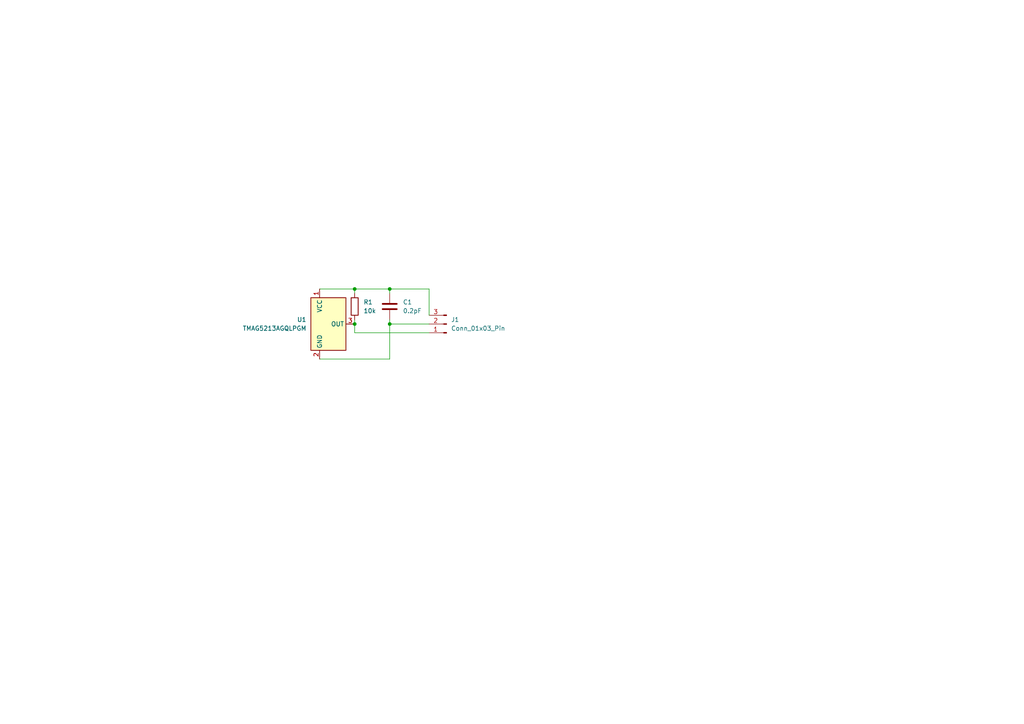
<source format=kicad_sch>
(kicad_sch (version 20250114) (generator "eeschema") (generator_version "9.0")
  (paper "A4")
  (lib_symbols
    (symbol "Connector:Conn_01x03_Pin" (pin_names (offset 1.016) (hide yes))
      (property "Reference" "J" (at 0 5.08 0))
      (property "Value" "Conn_01x03_Pin" (at 0 -5.08 0))
      (symbol "Conn_01x03_Pin_1_1"
        (rectangle (start 0.8636 2.667) (end 0 2.413) (stroke (width 0.1524)) (fill (type outline)))
        (rectangle (start 0.8636 0.127) (end 0 -0.127) (stroke (width 0.1524)) (fill (type outline)))
        (rectangle (start 0.8636 -2.413) (end 0 -2.667) (stroke (width 0.1524)) (fill (type outline)))
        (polyline (pts (xy 1.27 2.54) (xy 0.8636 2.54)) (stroke (width 0.1524)))
        (polyline (pts (xy 1.27 0) (xy 0.8636 0)) (stroke (width 0.1524)))
        (polyline (pts (xy 1.27 -2.54) (xy 0.8636 -2.54)) (stroke (width 0.1524)))
        (pin passive line (at 5.08 2.54 180) (length 3.81) (name "Pin_1") (number "1"))
        (pin passive line (at 5.08 0 180) (length 3.81) (name "Pin_2") (number "2"))
        (pin passive line (at 5.08 -2.54 180) (length 3.81) (name "Pin_3") (number "3"))
      )
    )
    (symbol "Device:C" (pin_numbers (hide yes)) (pin_names (offset 0.254))
      (property "Reference" "C" (at 0.635 2.54 0))
      (property "Value" "C" (at 0.635 -2.54 0))
      (symbol "C_0_1"
        (polyline (pts (xy -2.032 0.762) (xy 2.032 0.762)) (stroke (width 0.508)))
        (polyline (pts (xy -2.032 -0.762) (xy 2.032 -0.762)) (stroke (width 0.508)))
      )
      (symbol "C_1_1"
        (pin passive line (at 0 3.81 270) (length 2.794) (name "~") (number "1"))
        (pin passive line (at 0 -3.81 90) (length 2.794) (name "~") (number "2"))
      )
    )
    (symbol "Device:R" (pin_numbers (hide yes)) (pin_names (offset 0))
      (property "Reference" "R" (at 2.032 0 90))
      (property "Value" "R" (at 0 0 90))
      (symbol "R_0_1"
        (rectangle (start -1.016 -2.54) (end 1.016 2.54) (stroke (width 0.254)))
      )
      (symbol "R_1_1"
        (pin passive line (at 0 3.81 270) (length 1.27) (name "~") (number "1"))
        (pin passive line (at 0 -3.81 90) (length 1.27) (name "~") (number "2"))
      )
    )
    (symbol "Sensor_Magnetic:DRV5033AJxLPG"
      (property "Reference" "U" (at 5.08 12.7 0))
      (property "Value" "DRV5033AJxLPG" (at 7.62 10.16 0))
      (symbol "DRV5033AJxLPG_1_1"
        (rectangle (start -5.08 7.62) (end 5.08 -7.62) (stroke (width 0.254)) (fill (type background)))
        (pin power_in line (at -2.54 10.16 270) (length 2.54) (name "VCC") (number "1"))
        (pin power_in line (at -2.54 -10.16 90) (length 2.54) (name "GND") (number "2"))
        (pin output line (at 7.62 0 180) (length 2.54) (name "OUT") (number "3"))
      )
    )
  )
  (junction (at 102.87 83.82))
  (junction (at 113.03 83.82))
  (junction (at 102.87 93.98))
  (junction (at 113.03 93.98))
  (wire (pts (xy 113.03 93.98) (xy 124.46 93.98)))
  (wire (pts (xy 113.03 92.71) (xy 113.03 93.98)))
  (wire (pts (xy 113.03 104.14) (xy 92.71 104.14)))
  (wire (pts (xy 124.46 83.82) (xy 124.46 91.44)))
  (wire (pts (xy 102.87 92.71) (xy 102.87 93.98)))
  (wire (pts (xy 92.71 83.82) (xy 102.87 83.82)))
  (wire (pts (xy 113.03 83.82) (xy 102.87 83.82)))
  (wire (pts (xy 102.87 83.82) (xy 102.87 85.09)))
  (wire (pts (xy 124.46 96.52) (xy 102.87 96.52)))
  (wire (pts (xy 102.87 96.52) (xy 102.87 93.98)))
  (wire (pts (xy 124.46 83.82) (xy 113.03 83.82)))
  (wire (pts (xy 113.03 85.09) (xy 113.03 83.82)))
  (wire (pts (xy 113.03 93.98) (xy 113.03 104.14)))
  (symbol (lib_id "Device:R") (at 102.87 88.9 180) (unit 1)
    (property "Reference" "R1" (at 105.41 87.6299 0) (effects (justify right)))
    (property "Value" "10k" (at 105.41 90.1699 0) (effects (justify right)))
    (property "Footprint" "Resistor_SMD:R_0603_1608Metric" (effects (hide yes)))
    (property "Datasheet" "https://www.vishay.com/docs/28705/mcx0x0xpro.pdf" (effects (hide yes)))
    (property "Description" "Resistor" (effects (hide yes)))
  )
  (symbol (lib_id "Device:C") (at 113.03 88.9 0) (unit 1)
    (property "Reference" "C1" (at 116.84 87.6299 0) (effects (justify left)))
    (property "Value" "0.2pF" (at 116.84 90.1699 0) (effects (justify left)))
    (property "Footprint" "Capacitor_SMD:C_0402_1005Metric" (effects (hide yes)))
    (property "Datasheet" "https://www.mouser.com/datasheet/2/40/Accu_P-3077555.pdf" (effects (hide yes)))
    (property "Description" "Unpolarized capacitor" (effects (hide yes)))
  )
  (symbol (lib_id "Sensor_Magnetic:DRV5033AJxLPG") (at 95.25 93.98 0) (unit 1)
    (property "Reference" "U1" (at 88.9 92.7099 0) (effects (justify right)))
    (property "Value" "TMAG5213AGQLPGM" (at 88.9 95.2499 0) (effects (justify right)))
    (property "Footprint" "Package_TO_SOT_THT:TO-92_Inline" (effects (hide yes)))
    (property "Datasheet" "https://www.ti.com/lit/ds/symlink/tmag5213.pdf?ts=1742883179521" (effects (hide yes)))
    (property "Description" "±6 / ±2.7 mT, 30-kHz, 2.5-28V, TO-92" (effects (hide yes)))
  )
  (symbol (lib_id "Connector:Conn_01x03_Pin") (at 129.54 93.98 180) (unit 1)
    (property "Reference" "J1" (at 130.81 92.7099 0) (effects (justify right)))
    (property "Value" "Conn_01x03_Pin" (at 130.81 95.2499 0) (effects (justify right)))
    (property "Footprint" "Connector_PinHeader_2.54mm:PinHeader_1x03_P2.54mm_Horizontal" (effects (hide yes)))
    (property "Description" "Generic connector, single row, 01x03, script generated" (effects (hide yes)))
  )
)
</source>
